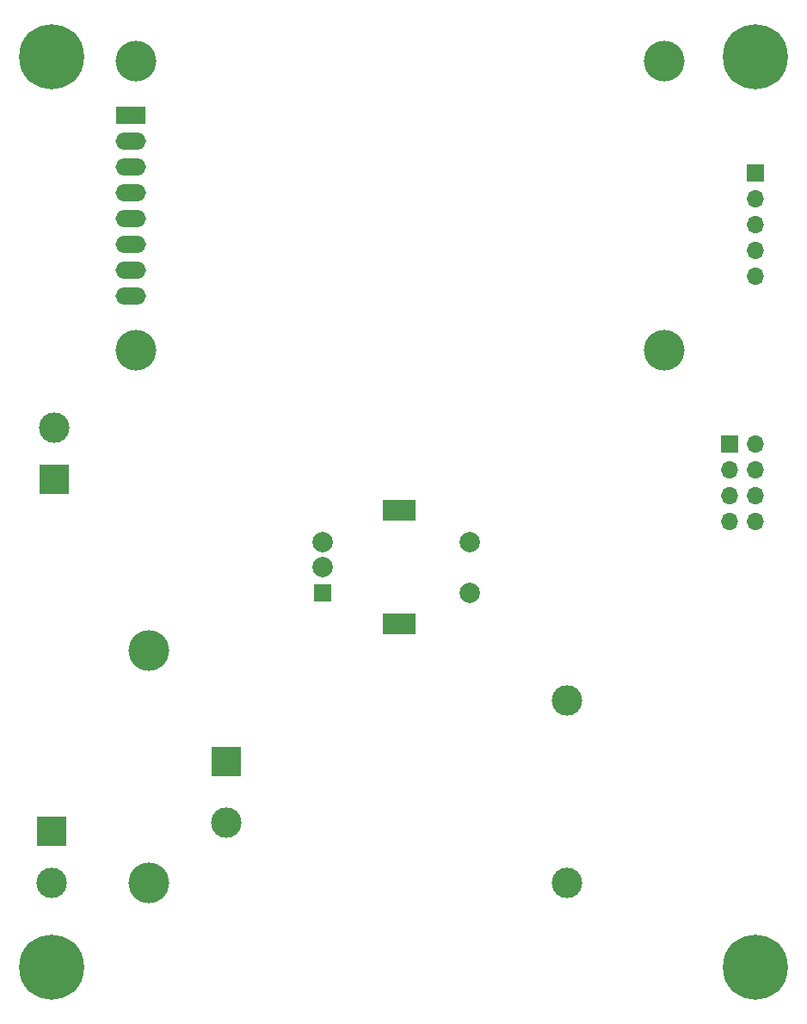
<source format=gbs>
%TF.GenerationSoftware,KiCad,Pcbnew,5.1.8*%
%TF.CreationDate,2021-01-05T14:46:37+01:00*%
%TF.ProjectId,reflow-controller,7265666c-6f77-42d6-936f-6e74726f6c6c,rev?*%
%TF.SameCoordinates,Original*%
%TF.FileFunction,Soldermask,Bot*%
%TF.FilePolarity,Negative*%
%FSLAX46Y46*%
G04 Gerber Fmt 4.6, Leading zero omitted, Abs format (unit mm)*
G04 Created by KiCad (PCBNEW 5.1.8) date 2021-01-05 14:46:37*
%MOMM*%
%LPD*%
G01*
G04 APERTURE LIST*
%ADD10O,3.000000X1.700000*%
%ADD11R,3.000000X1.700000*%
%ADD12C,4.000000*%
%ADD13C,6.400000*%
%ADD14C,3.000000*%
%ADD15R,3.000000X3.000000*%
%ADD16C,4.000500*%
%ADD17R,1.800000X1.800000*%
%ADD18C,2.000000*%
%ADD19R,3.200000X2.000000*%
%ADD20O,1.700000X1.700000*%
%ADD21R,1.700000X1.700000*%
G04 APERTURE END LIST*
D10*
%TO.C,J4*%
X95420000Y-113030000D03*
X95420000Y-110490000D03*
X95420000Y-107950000D03*
D11*
X95420000Y-95250000D03*
D10*
X95420000Y-97790000D03*
X95420000Y-100330000D03*
X95420000Y-102870000D03*
X95420000Y-105410000D03*
D12*
X147920000Y-118390000D03*
X147920000Y-89890000D03*
X95920000Y-118390000D03*
X95920000Y-89890000D03*
%TD*%
D13*
%TO.C,REF\u002A\u002A*%
X87630000Y-89535000D03*
%TD*%
%TO.C,REF\u002A\u002A*%
X156845000Y-89535000D03*
%TD*%
%TO.C,REF\u002A\u002A*%
X156845000Y-179070000D03*
%TD*%
%TO.C,REF\u002A\u002A*%
X87630000Y-179070000D03*
%TD*%
D14*
%TO.C,PS1*%
X138375000Y-170815000D03*
X138375000Y-152815000D03*
X104775000Y-164815000D03*
D15*
X104775000Y-158815000D03*
%TD*%
D16*
%TO.C,F1*%
X97155000Y-147955000D03*
X97155000Y-170815000D03*
%TD*%
D14*
%TO.C,J2*%
X87630000Y-170815000D03*
D15*
X87630000Y-165735000D03*
%TD*%
D17*
%TO.C,SW1*%
X114300000Y-142240000D03*
D18*
X114300000Y-139740000D03*
X114300000Y-137240000D03*
D19*
X121800000Y-145340000D03*
X121800000Y-134140000D03*
D18*
X128800000Y-142240000D03*
X128800000Y-137240000D03*
%TD*%
D14*
%TO.C,J5*%
X87884000Y-125984000D03*
D15*
X87884000Y-131064000D03*
%TD*%
D20*
%TO.C,J3*%
X156845000Y-135255000D03*
X154305000Y-135255000D03*
X156845000Y-132715000D03*
X154305000Y-132715000D03*
X156845000Y-130175000D03*
X154305000Y-130175000D03*
X156845000Y-127635000D03*
D21*
X154305000Y-127635000D03*
%TD*%
D20*
%TO.C,J1*%
X156845000Y-111125000D03*
X156845000Y-108585000D03*
X156845000Y-106045000D03*
X156845000Y-103505000D03*
D21*
X156845000Y-100965000D03*
%TD*%
M02*

</source>
